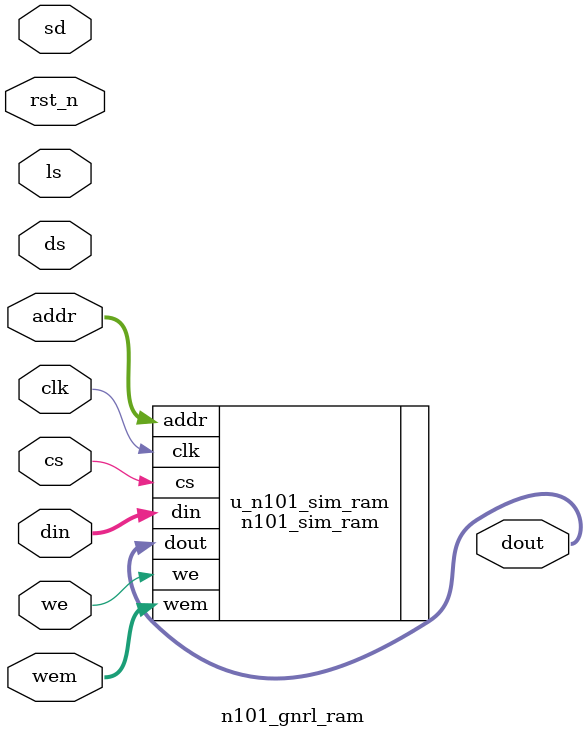
<source format=v>
 /*                                                                      
  *  Copyright (c) 2018-2019 Nuclei System Technology, Inc.              
  *  All rights reserved.                                                
  */                                                                     
                                                                         


















`include "n101_defines.v" 

module n101_gnrl_ram
#(parameter DP = 32,
  parameter DW = 32,
  parameter FORCE_X2ZERO = 1,
  parameter MW = 4,
  parameter AW = 15 
  ) (
  input            sd,
  input            ds,
  input            ls,

  input            rst_n,
  input            clk,
  input            cs,
  input            we,
  input [AW-1:0]   addr,
  input [DW-1:0]   din,
  input [MW-1:0]   wem,
  output[DW-1:0]   dout
);




`ifdef FPGA_SOURCE
n101_sim_ram #(
    .FORCE_X2ZERO (1'b0),
    .DP (DP),
    .AW (AW),
    .MW (MW),
    .DW (DW) 
)u_n101_sim_ram (
    .clk   (clk),
    .din   (din),
    .addr  (addr),
    .cs    (cs),
    .we    (we),
    .wem   (wem),
    .dout  (dout)
);
`else

n101_sim_ram #(
    .FORCE_X2ZERO (FORCE_X2ZERO),
    .DP (DP),
    .AW (AW),
    .MW (MW),
    .DW (DW) 
)u_n101_sim_ram (
    .clk   (clk),
    .din   (din),
    .addr  (addr),
    .cs    (cs),
    .we    (we),
    .wem   (wem),
    .dout  (dout)
);
`endif

endmodule

</source>
